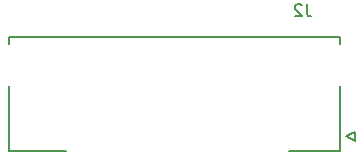
<source format=gbr>
%TF.GenerationSoftware,KiCad,Pcbnew,5.1.9+dfsg1-1~bpo10+1*%
%TF.CreationDate,2023-02-12T08:43:59+01:00*%
%TF.ProjectId,IIci_ATX,49496369-5f41-4545-982e-6b696361645f,rev?*%
%TF.SameCoordinates,Original*%
%TF.FileFunction,Legend,Bot*%
%TF.FilePolarity,Positive*%
%FSLAX46Y46*%
G04 Gerber Fmt 4.6, Leading zero omitted, Abs format (unit mm)*
G04 Created by KiCad (PCBNEW 5.1.9+dfsg1-1~bpo10+1) date 2023-02-12 08:43:59*
%MOMM*%
%LPD*%
G01*
G04 APERTURE LIST*
%ADD10C,0.127000*%
%ADD11C,0.150000*%
G04 APERTURE END LIST*
D10*
%TO.C,J2*%
X149900000Y-131200000D02*
X149900000Y-136700000D01*
X149900000Y-127100000D02*
X149900000Y-127700000D01*
X145600000Y-136700000D02*
X149900000Y-136700000D01*
X121900000Y-136700000D02*
X126700000Y-136700000D01*
X121900000Y-131200000D02*
X121900000Y-136700000D01*
X121900000Y-127100000D02*
X121900000Y-127700000D01*
X149900000Y-127100000D02*
X121900000Y-127100000D01*
X150430000Y-135500000D02*
X151130000Y-135100000D01*
X151130000Y-135900000D02*
X150430000Y-135500000D01*
X151130000Y-135100000D02*
X151130000Y-135900000D01*
D11*
X147058333Y-124317380D02*
X147058333Y-125031666D01*
X147105952Y-125174523D01*
X147201190Y-125269761D01*
X147344047Y-125317380D01*
X147439285Y-125317380D01*
X146629761Y-124412619D02*
X146582142Y-124365000D01*
X146486904Y-124317380D01*
X146248809Y-124317380D01*
X146153571Y-124365000D01*
X146105952Y-124412619D01*
X146058333Y-124507857D01*
X146058333Y-124603095D01*
X146105952Y-124745952D01*
X146677380Y-125317380D01*
X146058333Y-125317380D01*
%TD*%
M02*

</source>
